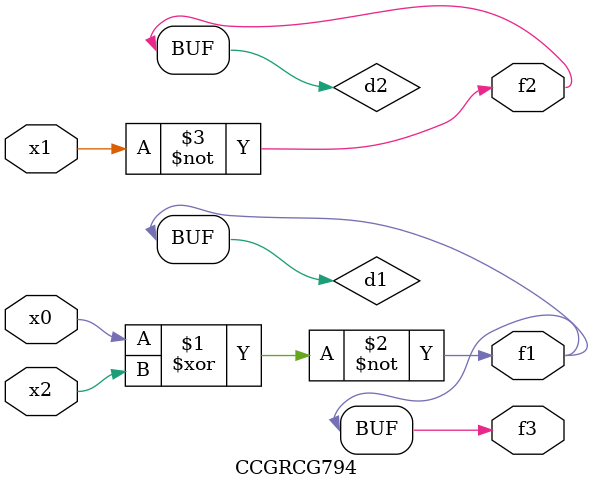
<source format=v>
module CCGRCG794(
	input x0, x1, x2,
	output f1, f2, f3
);

	wire d1, d2, d3;

	xnor (d1, x0, x2);
	nand (d2, x1);
	nor (d3, x1, x2);
	assign f1 = d1;
	assign f2 = d2;
	assign f3 = d1;
endmodule

</source>
